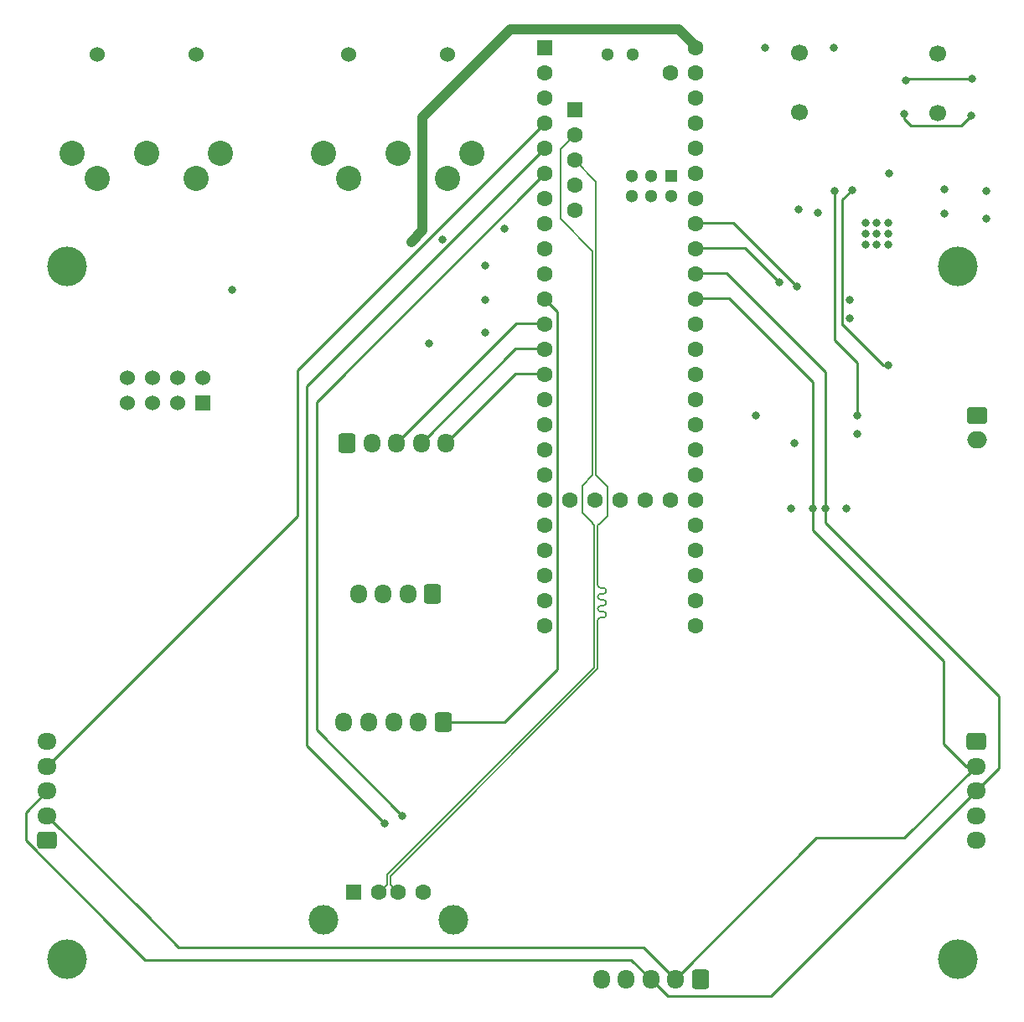
<source format=gbr>
%TF.GenerationSoftware,KiCad,Pcbnew,(6.0.1)*%
%TF.CreationDate,2022-04-22T15:57:16+02:00*%
%TF.ProjectId,BuitPCB,42756974-5043-4422-9e6b-696361645f70,rev?*%
%TF.SameCoordinates,Original*%
%TF.FileFunction,Copper,L4,Bot*%
%TF.FilePolarity,Positive*%
%FSLAX46Y46*%
G04 Gerber Fmt 4.6, Leading zero omitted, Abs format (unit mm)*
G04 Created by KiCad (PCBNEW (6.0.1)) date 2022-04-22 15:57:16*
%MOMM*%
%LPD*%
G01*
G04 APERTURE LIST*
G04 Aperture macros list*
%AMRoundRect*
0 Rectangle with rounded corners*
0 $1 Rounding radius*
0 $2 $3 $4 $5 $6 $7 $8 $9 X,Y pos of 4 corners*
0 Add a 4 corners polygon primitive as box body*
4,1,4,$2,$3,$4,$5,$6,$7,$8,$9,$2,$3,0*
0 Add four circle primitives for the rounded corners*
1,1,$1+$1,$2,$3*
1,1,$1+$1,$4,$5*
1,1,$1+$1,$6,$7*
1,1,$1+$1,$8,$9*
0 Add four rect primitives between the rounded corners*
20,1,$1+$1,$2,$3,$4,$5,0*
20,1,$1+$1,$4,$5,$6,$7,0*
20,1,$1+$1,$6,$7,$8,$9,0*
20,1,$1+$1,$8,$9,$2,$3,0*%
G04 Aperture macros list end*
%TA.AperFunction,ComponentPad*%
%ADD10R,1.600000X1.600000*%
%TD*%
%TA.AperFunction,ComponentPad*%
%ADD11C,1.600000*%
%TD*%
%TA.AperFunction,ComponentPad*%
%ADD12R,1.300000X1.300000*%
%TD*%
%TA.AperFunction,ComponentPad*%
%ADD13C,1.300000*%
%TD*%
%TA.AperFunction,ComponentPad*%
%ADD14C,1.700000*%
%TD*%
%TA.AperFunction,ComponentPad*%
%ADD15RoundRect,0.250000X0.600000X0.725000X-0.600000X0.725000X-0.600000X-0.725000X0.600000X-0.725000X0*%
%TD*%
%TA.AperFunction,ComponentPad*%
%ADD16O,1.700000X1.950000*%
%TD*%
%TA.AperFunction,ComponentPad*%
%ADD17RoundRect,0.250000X0.725000X-0.600000X0.725000X0.600000X-0.725000X0.600000X-0.725000X-0.600000X0*%
%TD*%
%TA.AperFunction,ComponentPad*%
%ADD18O,1.950000X1.700000*%
%TD*%
%TA.AperFunction,ComponentPad*%
%ADD19C,1.524000*%
%TD*%
%TA.AperFunction,ComponentPad*%
%ADD20C,2.540000*%
%TD*%
%TA.AperFunction,ComponentPad*%
%ADD21C,3.000000*%
%TD*%
%TA.AperFunction,ComponentPad*%
%ADD22RoundRect,0.250000X-0.750000X0.600000X-0.750000X-0.600000X0.750000X-0.600000X0.750000X0.600000X0*%
%TD*%
%TA.AperFunction,ComponentPad*%
%ADD23O,2.000000X1.700000*%
%TD*%
%TA.AperFunction,ComponentPad*%
%ADD24RoundRect,0.250000X-0.725000X0.600000X-0.725000X-0.600000X0.725000X-0.600000X0.725000X0.600000X0*%
%TD*%
%TA.AperFunction,ComponentPad*%
%ADD25R,1.524000X1.524000*%
%TD*%
%TA.AperFunction,ComponentPad*%
%ADD26C,4.000000*%
%TD*%
%TA.AperFunction,ComponentPad*%
%ADD27RoundRect,0.250000X-0.600000X-0.725000X0.600000X-0.725000X0.600000X0.725000X-0.600000X0.725000X0*%
%TD*%
%TA.AperFunction,ViaPad*%
%ADD28C,0.800000*%
%TD*%
%TA.AperFunction,Conductor*%
%ADD29C,0.254000*%
%TD*%
%TA.AperFunction,Conductor*%
%ADD30C,0.200000*%
%TD*%
%TA.AperFunction,Conductor*%
%ADD31C,0.250000*%
%TD*%
%TA.AperFunction,Conductor*%
%ADD32C,1.016000*%
%TD*%
G04 APERTURE END LIST*
D10*
%TO.P,U1,1,GND*%
%TO.N,GND*%
X153252200Y-52853800D03*
D11*
%TO.P,U1,2,0_RX1_CRX2_CS1*%
%TO.N,MIDI_IN*%
X153252200Y-55393800D03*
%TO.P,U1,3,1_TX1_CTX2_MISO1*%
%TO.N,MIDI_OUT*%
X153252200Y-57933800D03*
%TO.P,U1,4,2_OUT2*%
%TO.N,SENS_XOUT_LEFT*%
X153252200Y-60473800D03*
%TO.P,U1,5,3_LRCLK2*%
%TO.N,SENS_XOUT_CENTER*%
X153252200Y-63013800D03*
%TO.P,U1,6,4_BCLK2*%
%TO.N,SENS_XOUT_RIGHT*%
X153252200Y-65553800D03*
%TO.P,U1,7,5_IN2*%
%TO.N,unconnected-(U1-Pad7)*%
X153252200Y-68093800D03*
%TO.P,U1,8,6_OUT1D*%
%TO.N,unconnected-(U1-Pad8)*%
X153252200Y-70633800D03*
%TO.P,U1,9,7_RX2_OUT1A*%
%TO.N,I2S_DIN*%
X153252200Y-73173800D03*
%TO.P,U1,10,8_TX2_IN1*%
%TO.N,I2S_DOUT*%
X153252200Y-75713800D03*
%TO.P,U1,11,9_OUT1C*%
%TO.N,TRELLIS_INT_PIN*%
X153252200Y-78253800D03*
%TO.P,U1,12,10_CS_MQSR*%
%TO.N,ROT_CLICK_SW*%
X153252200Y-80793800D03*
%TO.P,U1,13,11_MOSI_CTX1*%
%TO.N,ROT_CLICK_DT*%
X153252200Y-83333800D03*
%TO.P,U1,14,12_MISO_MQSL*%
%TO.N,ROT_CLICK_CLK*%
X153252200Y-85873800D03*
%TO.P,U1,15,3V3*%
%TO.N,+3V3*%
X153252200Y-88413800D03*
%TO.P,U1,16,24_A10_TX6_SCL2*%
%TO.N,unconnected-(U1-Pad16)*%
X153252200Y-90953800D03*
%TO.P,U1,17,25_A11_RX6_SDA2*%
%TO.N,unconnected-(U1-Pad17)*%
X153252200Y-93493800D03*
%TO.P,U1,18,26_A12_MOSI1*%
%TO.N,unconnected-(U1-Pad18)*%
X153252200Y-96033800D03*
%TO.P,U1,19,27_A13_SCK1*%
%TO.N,unconnected-(U1-Pad19)*%
X153252200Y-98573800D03*
%TO.P,U1,20,28_RX7*%
%TO.N,unconnected-(U1-Pad20)*%
X153252200Y-101113800D03*
%TO.P,U1,21,29_TX7*%
%TO.N,unconnected-(U1-Pad21)*%
X153252200Y-103653800D03*
%TO.P,U1,22,30_CRX3*%
%TO.N,unconnected-(U1-Pad22)*%
X153252200Y-106193800D03*
%TO.P,U1,23,31_CTX3*%
%TO.N,unconnected-(U1-Pad23)*%
X153252200Y-108733800D03*
%TO.P,U1,24,32_OUT1B*%
%TO.N,unconnected-(U1-Pad24)*%
X153252200Y-111273800D03*
%TO.P,U1,25,33_MCLK2*%
%TO.N,unconnected-(U1-Pad25)*%
X168492200Y-111273800D03*
%TO.P,U1,26,34_RX8*%
%TO.N,unconnected-(U1-Pad26)*%
X168492200Y-108733800D03*
%TO.P,U1,27,35_TX8*%
%TO.N,unconnected-(U1-Pad27)*%
X168492200Y-106193800D03*
%TO.P,U1,28,36_CS*%
%TO.N,unconnected-(U1-Pad28)*%
X168492200Y-103653800D03*
%TO.P,U1,29,37_CS*%
%TO.N,unconnected-(U1-Pad29)*%
X168492200Y-101113800D03*
%TO.P,U1,30,38_CS1_IN1*%
%TO.N,unconnected-(U1-Pad30)*%
X168492200Y-98573800D03*
%TO.P,U1,31,39_MISO1_OUT1A*%
%TO.N,unconnected-(U1-Pad31)*%
X168492200Y-96033800D03*
%TO.P,U1,32,40_A16*%
%TO.N,unconnected-(U1-Pad32)*%
X168492200Y-93493800D03*
%TO.P,U1,33,41_A17*%
%TO.N,unconnected-(U1-Pad33)*%
X168492200Y-90953800D03*
%TO.P,U1,34,GND*%
%TO.N,GND*%
X168492200Y-88413800D03*
%TO.P,U1,35,13_SCK_LED*%
%TO.N,unconnected-(U1-Pad35)*%
X168492200Y-85873800D03*
%TO.P,U1,36,14_A0_TX3_SPDIF_OUT*%
%TO.N,ESP8266_UART_RX*%
X168492200Y-83333800D03*
%TO.P,U1,37,15_A1_RX3_SPDIF_IN*%
%TO.N,ESP8266_UART_TX*%
X168492200Y-80793800D03*
%TO.P,U1,38,16_A2_RX4_SCL1*%
%TO.N,SENS_I2C_SCL*%
X168492200Y-78253800D03*
%TO.P,U1,39,17_A3_TX4_SDA1*%
%TO.N,SENS_I2C_SDA*%
X168492200Y-75713800D03*
%TO.P,U1,40,18_A4_SDA*%
%TO.N,I2C_SDA_3V3*%
X168492200Y-73173800D03*
%TO.P,U1,41,19_A5_SCL*%
%TO.N,I2C_SCL_3V3*%
X168492200Y-70633800D03*
%TO.P,U1,42,20_A6_TX5_LRCLK1*%
%TO.N,I2S_LRCLK*%
X168492200Y-68093800D03*
%TO.P,U1,43,21_A7_RX5_BCLK1*%
%TO.N,I2S_SCLK*%
X168492200Y-65553800D03*
%TO.P,U1,44,22_A8_CTX1*%
%TO.N,unconnected-(U1-Pad44)*%
X168492200Y-63013800D03*
%TO.P,U1,45,23_A9_CRX1_MCLK1*%
%TO.N,I2S_MCLK*%
X168492200Y-60473800D03*
%TO.P,U1,46,3V3*%
%TO.N,+3V3*%
X168492200Y-57933800D03*
%TO.P,U1,47,GND*%
%TO.N,GND*%
X168492200Y-55393800D03*
%TO.P,U1,48,VIN*%
%TO.N,V_USB*%
X168492200Y-52853800D03*
%TO.P,U1,49,VUSB*%
%TO.N,unconnected-(U1-Pad49)*%
X165952200Y-55393800D03*
%TO.P,U1,50,VBAT*%
%TO.N,unconnected-(U1-Pad50)*%
X155792200Y-98573800D03*
%TO.P,U1,51,3V3*%
%TO.N,+3V3*%
X158332200Y-98573800D03*
%TO.P,U1,52,GND*%
%TO.N,GND*%
X160872200Y-98573800D03*
%TO.P,U1,53,PROGRAM*%
%TO.N,unconnected-(U1-Pad53)*%
X163412200Y-98573800D03*
%TO.P,U1,54,ON_OFF*%
%TO.N,unconnected-(U1-Pad54)*%
X165952200Y-98573800D03*
D10*
%TO.P,U1,55,5V*%
%TO.N,USB_HOST_5V*%
X156303000Y-59153000D03*
D11*
%TO.P,U1,56,D-*%
%TO.N,USB_HOST_N*%
X156303000Y-61693000D03*
%TO.P,U1,57,D+*%
%TO.N,USB_HOST_P*%
X156303000Y-64233000D03*
%TO.P,U1,58,GND*%
%TO.N,GND*%
X156303000Y-66773000D03*
%TO.P,U1,59,GND*%
X156303000Y-69313000D03*
D12*
%TO.P,U1,60,R+*%
%TO.N,unconnected-(U1-Pad60)*%
X166053800Y-65823800D03*
D13*
%TO.P,U1,61,LED*%
%TO.N,unconnected-(U1-Pad61)*%
X164053800Y-65823800D03*
%TO.P,U1,62,T-*%
%TO.N,unconnected-(U1-Pad62)*%
X162053800Y-65823800D03*
%TO.P,U1,63,T+*%
%TO.N,unconnected-(U1-Pad63)*%
X162053800Y-67823800D03*
%TO.P,U1,64,GND*%
%TO.N,GND*%
X164053800Y-67823800D03*
%TO.P,U1,65,R-*%
%TO.N,unconnected-(U1-Pad65)*%
X166053800Y-67823800D03*
%TO.P,U1,66,D-*%
%TO.N,unconnected-(U1-Pad66)*%
X162142200Y-53583800D03*
%TO.P,U1,67,D+*%
%TO.N,unconnected-(U1-Pad67)*%
X159602200Y-53583800D03*
%TD*%
D14*
%TO.P,J4,*%
%TO.N,*%
X179000000Y-53376000D03*
X179000000Y-59376000D03*
%TD*%
D15*
%TO.P,J11,1,Pin_1*%
%TO.N,+3V3*%
X141952000Y-108048000D03*
D16*
%TO.P,J11,2,Pin_2*%
%TO.N,I2C_SCL_3V3*%
X139452000Y-108048000D03*
%TO.P,J11,3,Pin_3*%
%TO.N,I2C_SDA_3V3*%
X136952000Y-108048000D03*
%TO.P,J11,4,Pin_4*%
%TO.N,GND*%
X134452000Y-108048000D03*
%TD*%
D17*
%TO.P,J5,1,Pin_1*%
%TO.N,+3V3*%
X103000000Y-133000000D03*
D18*
%TO.P,J5,2,Pin_2*%
%TO.N,SENS_I2C_SCL*%
X103000000Y-130500000D03*
%TO.P,J5,3,Pin_3*%
%TO.N,SENS_I2C_SDA*%
X103000000Y-128000000D03*
%TO.P,J5,4,Pin_4*%
%TO.N,SENS_XOUT_LEFT*%
X103000000Y-125500000D03*
%TO.P,J5,5,Pin_5*%
%TO.N,GND*%
X103000000Y-123000000D03*
%TD*%
D15*
%TO.P,J9,1,Pin_1*%
%TO.N,+3V3*%
X169000000Y-147000000D03*
D16*
%TO.P,J9,2,Pin_2*%
%TO.N,SENS_I2C_SCL*%
X166500000Y-147000000D03*
%TO.P,J9,3,Pin_3*%
%TO.N,SENS_I2C_SDA*%
X164000000Y-147000000D03*
%TO.P,J9,4,Pin_4*%
%TO.N,SENS_XOUT_CENTER*%
X161500000Y-147000000D03*
%TO.P,J9,5,Pin_5*%
%TO.N,GND*%
X159000000Y-147000000D03*
%TD*%
D15*
%TO.P,J12,1,Pin_1*%
%TO.N,TRELLIS_INT_PIN*%
X143000000Y-121000000D03*
D16*
%TO.P,J12,2,Pin_2*%
%TO.N,+3V3*%
X140500000Y-121000000D03*
%TO.P,J12,3,Pin_3*%
%TO.N,GND*%
X138000000Y-121000000D03*
%TO.P,J12,4,Pin_4*%
%TO.N,I2C_SCL_3V3*%
X135500000Y-121000000D03*
%TO.P,J12,5,Pin_5*%
%TO.N,I2C_SDA_3V3*%
X133000000Y-121000000D03*
%TD*%
D19*
%TO.P,J2,*%
%TO.N,*%
X118030000Y-53535000D03*
X108030000Y-53535000D03*
D20*
%TO.P,J2,1*%
%TO.N,unconnected-(J2-Pad1)*%
X120530000Y-63535000D03*
%TO.P,J2,2*%
%TO.N,unconnected-(J2-Pad2)*%
X118030000Y-66035000D03*
%TO.P,J2,3*%
%TO.N,unconnected-(J2-Pad3)*%
X113030000Y-63535000D03*
%TO.P,J2,4*%
%TO.N,Net-(J2-Pad4)*%
X108030000Y-66035000D03*
%TO.P,J2,5*%
%TO.N,Net-(J2-Pad5)*%
X105530000Y-63535000D03*
%TD*%
D10*
%TO.P,J3,1,VBUS*%
%TO.N,USB_HOST_5V*%
X134000000Y-138253000D03*
D11*
%TO.P,J3,2,D-*%
%TO.N,USB_HOST_N*%
X136500000Y-138253000D03*
%TO.P,J3,3,D+*%
%TO.N,USB_HOST_P*%
X138500000Y-138253000D03*
%TO.P,J3,4,GND*%
%TO.N,GND*%
X141000000Y-138253000D03*
D21*
%TO.P,J3,5,Shield*%
X144070000Y-140963000D03*
X130930000Y-140963000D03*
%TD*%
D22*
%TO.P,J8,1,Pin_1*%
%TO.N,Net-(C10-Pad2)*%
X197000000Y-90000000D03*
D23*
%TO.P,J8,2,Pin_2*%
%TO.N,GND*%
X197000000Y-92500000D03*
%TD*%
D19*
%TO.P,J1,*%
%TO.N,*%
X133430000Y-53535000D03*
X143430000Y-53535000D03*
D20*
%TO.P,J1,1*%
%TO.N,unconnected-(J1-Pad1)*%
X145930000Y-63535000D03*
%TO.P,J1,2*%
%TO.N,unconnected-(J1-Pad2)*%
X143430000Y-66035000D03*
%TO.P,J1,3*%
%TO.N,unconnected-(J1-Pad3)*%
X138430000Y-63535000D03*
%TO.P,J1,4*%
%TO.N,Net-(J1-Pad4)*%
X133430000Y-66035000D03*
%TO.P,J1,5*%
%TO.N,Net-(D1-Pad2)*%
X130930000Y-63535000D03*
%TD*%
D24*
%TO.P,J7,1,Pin_1*%
%TO.N,+3V3*%
X196850000Y-123000000D03*
D18*
%TO.P,J7,2,Pin_2*%
%TO.N,SENS_I2C_SCL*%
X196850000Y-125500000D03*
%TO.P,J7,3,Pin_3*%
%TO.N,SENS_I2C_SDA*%
X196850000Y-128000000D03*
%TO.P,J7,4,Pin_4*%
%TO.N,SENS_XOUT_RIGHT*%
X196850000Y-130500000D03*
%TO.P,J7,5,Pin_5*%
%TO.N,GND*%
X196850000Y-133000000D03*
%TD*%
D19*
%TO.P,U6,1,TXD*%
%TO.N,ESP8266_UART_TX*%
X118711000Y-86204000D03*
%TO.P,U6,2,CH_PD*%
%TO.N,unconnected-(U6-Pad2)*%
X116171000Y-86204000D03*
%TO.P,U6,3,RST*%
%TO.N,unconnected-(U6-Pad3)*%
X113631000Y-86204000D03*
%TO.P,U6,4,VCC*%
%TO.N,+3V3*%
X111091000Y-86204000D03*
%TO.P,U6,5,RXD*%
%TO.N,ESP8266_UART_RX*%
X111091000Y-88744000D03*
%TO.P,U6,6,GPIO0*%
%TO.N,unconnected-(U6-Pad6)*%
X113631000Y-88744000D03*
%TO.P,U6,7,GPIO2*%
%TO.N,unconnected-(U6-Pad7)*%
X116171000Y-88744000D03*
D25*
%TO.P,U6,8,GND*%
%TO.N,GND*%
X118711000Y-88744000D03*
%TD*%
D14*
%TO.P,J6,*%
%TO.N,*%
X193000000Y-59468000D03*
X193000000Y-53468000D03*
%TD*%
D26*
%TO.P,,1*%
%TO.N,N/C*%
X105000000Y-75000000D03*
%TD*%
%TO.P,,1*%
%TO.N,N/C*%
X195000000Y-145000000D03*
%TD*%
%TO.P,,1*%
%TO.N,N/C*%
X195000000Y-75000000D03*
%TD*%
%TO.P,REF\u002A\u002A,1*%
%TO.N,N/C*%
X105000000Y-145000000D03*
%TD*%
D27*
%TO.P,J10,1,Pin_1*%
%TO.N,GND*%
X133300000Y-92800000D03*
D16*
%TO.P,J10,2,Pin_2*%
%TO.N,+3V3*%
X135800000Y-92800000D03*
%TO.P,J10,3,Pin_3*%
%TO.N,ROT_CLICK_SW*%
X138300000Y-92800000D03*
%TO.P,J10,4,Pin_4*%
%TO.N,ROT_CLICK_DT*%
X140800000Y-92800000D03*
%TO.P,J10,5,Pin_5*%
%TO.N,ROT_CLICK_CLK*%
X143300000Y-92800000D03*
%TD*%
D28*
%TO.N,GND*%
X147286000Y-74901000D03*
X182499000Y-52867000D03*
X193650000Y-67160000D03*
X185674000Y-71628000D03*
X185674000Y-70583000D03*
X186783000Y-70583000D03*
X180848000Y-69519800D03*
X147286000Y-78330000D03*
X187960000Y-71628000D03*
X141610000Y-82730000D03*
X147286000Y-81632000D03*
X184092200Y-80220200D03*
X184861200Y-91897200D03*
X197927000Y-67310000D03*
X188000000Y-70583000D03*
X142968000Y-72234000D03*
X185674000Y-72742000D03*
X186783000Y-72742000D03*
X197927000Y-70104000D03*
X187960000Y-72742000D03*
X186800000Y-71700000D03*
X175514000Y-52867000D03*
X188112400Y-65557400D03*
%TO.N,HP_L*%
X196342000Y-59690000D03*
X189615500Y-59558500D03*
%TO.N,HP_R*%
X196475000Y-55968000D03*
X189738000Y-56134000D03*
%TO.N,+3V3*%
X178172400Y-99412000D03*
X149190000Y-71160000D03*
X178969410Y-69215000D03*
X121700000Y-77375000D03*
X184112600Y-78320200D03*
X183760400Y-99412000D03*
X178477200Y-92858800D03*
X174616400Y-90064800D03*
X193630000Y-69650000D03*
%TO.N,I2C_SDA_3V3*%
X177012600Y-76606400D03*
%TO.N,I2C_SCL_3V3*%
X178765200Y-77012800D03*
%TO.N,SENS_I2C_SDA*%
X181610000Y-99412000D03*
%TO.N,SENS_I2C_SCL*%
X180340000Y-99412000D03*
%TO.N,SENS_XOUT_RIGHT*%
X138925000Y-130475000D03*
%TO.N,SENS_XOUT_CENTER*%
X137075000Y-131250000D03*
%TO.N,V_USB*%
X139793000Y-72488000D03*
%TO.N,MIC*%
X184327800Y-67259200D03*
X188036200Y-84963000D03*
%TO.N,MIC_BIAS*%
X184853800Y-90000000D03*
X182600600Y-67360800D03*
%TD*%
D29*
%TO.N,SENS_XOUT_RIGHT*%
X130225000Y-88645000D02*
X130225000Y-121775000D01*
%TO.N,SENS_I2C_SDA*%
X112892907Y-145030400D02*
X109848507Y-141986000D01*
X164000000Y-147000000D02*
X162030400Y-145030400D01*
X162030400Y-145030400D02*
X112892907Y-145030400D01*
%TO.N,SENS_I2C_SCL*%
X116285800Y-143785800D02*
X163285800Y-143785800D01*
X163285800Y-143785800D02*
X166500000Y-147000000D01*
X113035001Y-140535001D02*
X116285800Y-143785800D01*
D30*
%TO.N,USB_HOST_P*%
X137677000Y-136601716D02*
X137677000Y-137430000D01*
X158643214Y-115635502D02*
X137677000Y-136601716D01*
X159202921Y-110455586D02*
X158943214Y-110455586D01*
X158943214Y-109855586D02*
X159202921Y-109855586D01*
X158943214Y-108655586D02*
X159202921Y-108655586D01*
X159202921Y-108055586D02*
X158943214Y-108055586D01*
X158943214Y-107455586D02*
X159202921Y-107455586D01*
X158643214Y-101121153D02*
X158643214Y-107155586D01*
X158828367Y-100936000D02*
X158643214Y-101121153D01*
X137677000Y-137430000D02*
X138500000Y-138253000D01*
X158843000Y-100936000D02*
X158828367Y-100936000D01*
X159605000Y-97228400D02*
X159605000Y-100174000D01*
X158461200Y-96084600D02*
X159605000Y-97228400D01*
X158461200Y-66391200D02*
X158461200Y-96084600D01*
X156303000Y-64233000D02*
X158461200Y-66391200D01*
X158643214Y-110755586D02*
G75*
G02*
X158943214Y-110455586I300000J0D01*
G01*
X159202921Y-110455586D02*
G75*
G03*
X159502921Y-110155586I0J300000D01*
G01*
X159502921Y-110155586D02*
G75*
G03*
X159202921Y-109855586I-300000J0D01*
G01*
X159605000Y-100174000D02*
X158843000Y-100936000D01*
X158643214Y-110755586D02*
X158643214Y-115635502D01*
X159502921Y-108955586D02*
G75*
G03*
X159202921Y-108655586I-300000J0D01*
G01*
X158943214Y-109855586D02*
G75*
G02*
X158643214Y-109555586I0J300000D01*
G01*
X158943214Y-108655586D02*
G75*
G02*
X158643214Y-108355586I0J300000D01*
G01*
X159202921Y-109255586D02*
G75*
G03*
X159502921Y-108955586I0J300000D01*
G01*
X158643214Y-108355586D02*
G75*
G02*
X158943214Y-108055586I300000J0D01*
G01*
X159202921Y-109255586D02*
X158943214Y-109255586D01*
X159202921Y-108055586D02*
G75*
G03*
X159502921Y-107755586I0J300000D01*
G01*
X158643214Y-109555586D02*
G75*
G02*
X158943214Y-109255586I300000J0D01*
G01*
X159502921Y-107755586D02*
G75*
G03*
X159202921Y-107455586I-300000J0D01*
G01*
X158943214Y-107455586D02*
G75*
G02*
X158643214Y-107155586I0J300000D01*
G01*
%TO.N,USB_HOST_N*%
X154855200Y-63140800D02*
X156303000Y-61693000D01*
X158106400Y-73402400D02*
X154855200Y-70151200D01*
X158107200Y-73402400D02*
X158106400Y-73402400D01*
X158107200Y-96084600D02*
X158107200Y-73402400D01*
X158106400Y-96084600D02*
X158107200Y-96084600D01*
X157065000Y-97126000D02*
X158106400Y-96084600D01*
X158289214Y-101117707D02*
X158106400Y-100934893D01*
X157065000Y-99869200D02*
X157065000Y-97126000D01*
X158289214Y-115488870D02*
X158289214Y-101117707D01*
X158106400Y-100910600D02*
X157065000Y-99869200D01*
X137323000Y-136455084D02*
X158289214Y-115488870D01*
X158106400Y-100934893D02*
X158106400Y-100910600D01*
X154855200Y-70151200D02*
X154855200Y-63140800D01*
X137323000Y-137430000D02*
X137323000Y-136455084D01*
X136500000Y-138253000D02*
X137323000Y-137430000D01*
D31*
%TO.N,ROT_CLICK_SW*%
X150370000Y-80730000D02*
X138300000Y-92800000D01*
X153380000Y-80730000D02*
X150370000Y-80730000D01*
%TO.N,ROT_CLICK_DT*%
X150330000Y-83270000D02*
X140800000Y-92800000D01*
X153380000Y-83270000D02*
X150330000Y-83270000D01*
%TO.N,ROT_CLICK_CLK*%
X153380000Y-85810000D02*
X150290000Y-85810000D01*
X150290000Y-85810000D02*
X143300000Y-92800000D01*
%TO.N,HP_L*%
X195326000Y-60706000D02*
X190246000Y-60706000D01*
X196342000Y-59690000D02*
X195326000Y-60706000D01*
X189615500Y-60075500D02*
X189615500Y-59558500D01*
X190246000Y-60706000D02*
X189615500Y-60075500D01*
%TO.N,HP_R*%
X189904000Y-55968000D02*
X189738000Y-56134000D01*
X196475000Y-55968000D02*
X189904000Y-55968000D01*
%TO.N,I2C_SDA_3V3*%
X177012600Y-76606400D02*
X173507400Y-73101200D01*
X173507400Y-73101200D02*
X168628800Y-73101200D01*
X168628800Y-73101200D02*
X168620000Y-73110000D01*
%TO.N,I2C_SCL_3V3*%
X172347800Y-70570000D02*
X177393600Y-75615800D01*
X177393600Y-75615800D02*
X177393600Y-75641200D01*
X168620000Y-70570000D02*
X172347800Y-70570000D01*
X177393600Y-75641200D02*
X178765200Y-77012800D01*
%TO.N,SENS_XOUT_LEFT*%
X128300000Y-85490000D02*
X128300000Y-100200000D01*
X128300000Y-100200000D02*
X103000000Y-125500000D01*
X153380000Y-60410000D02*
X128300000Y-85490000D01*
%TO.N,SENS_I2C_SDA*%
X171662000Y-75650000D02*
X181610000Y-85598000D01*
X181610000Y-100838000D02*
X199136000Y-118364000D01*
X100838000Y-130162000D02*
X103000000Y-128000000D01*
X165750000Y-148750000D02*
X176100000Y-148750000D01*
X199136000Y-125714000D02*
X196850000Y-128000000D01*
X164000000Y-147000000D02*
X165750000Y-148750000D01*
X109848507Y-141986000D02*
X100838000Y-132975493D01*
X176100000Y-148750000D02*
X196850000Y-128000000D01*
X199136000Y-118364000D02*
X199136000Y-125714000D01*
X181610000Y-99530000D02*
X181610000Y-100838000D01*
X100838000Y-132975493D02*
X100838000Y-130162000D01*
X168620000Y-75650000D02*
X171662000Y-75650000D01*
X181610000Y-85598000D02*
X181610000Y-99530000D01*
%TO.N,SENS_I2C_SCL*%
X196850000Y-125500000D02*
X195858000Y-125500000D01*
X166500000Y-147000000D02*
X180750000Y-132750000D01*
X195858000Y-125500000D02*
X193548000Y-123190000D01*
X193548000Y-123190000D02*
X193548000Y-114808000D01*
X193548000Y-114808000D02*
X180340000Y-101600000D01*
X180340000Y-86614000D02*
X171916000Y-78190000D01*
X180340000Y-99620000D02*
X180340000Y-86614000D01*
X180340000Y-101600000D02*
X180340000Y-99620000D01*
X180750000Y-132750000D02*
X189600000Y-132750000D01*
X171916000Y-78190000D02*
X168620000Y-78190000D01*
X103000000Y-130500000D02*
X113035001Y-140535001D01*
X189600000Y-132750000D02*
X196850000Y-125500000D01*
%TO.N,SENS_XOUT_RIGHT*%
X153380000Y-65490000D02*
X130225000Y-88645000D01*
X130225000Y-121775000D02*
X138925000Y-130475000D01*
%TO.N,SENS_XOUT_CENTER*%
X129225000Y-123400000D02*
X137075000Y-131250000D01*
X153380000Y-62950000D02*
X129225000Y-87105000D01*
X129225000Y-87105000D02*
X129225000Y-123400000D01*
D32*
%TO.N,V_USB*%
X140936000Y-71345000D02*
X139793000Y-72488000D01*
X149826000Y-51025000D02*
X140936000Y-59915000D01*
X166855000Y-51025000D02*
X149826000Y-51025000D01*
X140936000Y-59915000D02*
X140936000Y-71345000D01*
X168620000Y-52790000D02*
X166855000Y-51025000D01*
D31*
%TO.N,MIC*%
X183367199Y-68219801D02*
X184327800Y-67259200D01*
X188036200Y-84963000D02*
X187470515Y-84963000D01*
X187470515Y-84963000D02*
X183435358Y-80927842D01*
X183367199Y-68219801D02*
X183367199Y-80859683D01*
X183367199Y-80859683D02*
X183435358Y-80927842D01*
X183435358Y-80927842D02*
X183367199Y-80859684D01*
%TO.N,MIC_BIAS*%
X182600600Y-82448400D02*
X182626000Y-82473800D01*
X184853800Y-84701600D02*
X182626000Y-82473800D01*
X182600600Y-67360800D02*
X182600600Y-82448400D01*
X184853800Y-90000000D02*
X184853800Y-84701600D01*
D29*
%TO.N,TRELLIS_INT_PIN*%
X154525000Y-115731000D02*
X154525000Y-79526600D01*
D31*
X143000000Y-121000000D02*
X149256000Y-121000000D01*
D29*
X154525000Y-79526600D02*
X153252200Y-78253800D01*
X149256000Y-121000000D02*
X154525000Y-115731000D01*
%TD*%
M02*

</source>
